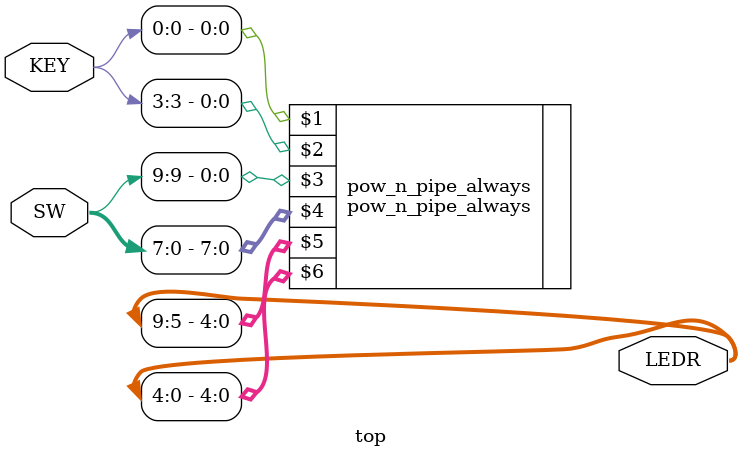
<source format=v>

module top (SW, KEY, LEDR);

	 input wire [9:0] SW;        // DE-series switches
    input wire [3:0] KEY;       // DE-series pushbuttons
	 
	 output wire [9:0] LEDR;     // DE-series LEDs   

    pow_n_pipe_always pow_n_pipe_always (KEY[0], KEY[3], SW[9], SW[7:0], LEDR[9:5], LEDR[4:0]);

endmodule


</source>
